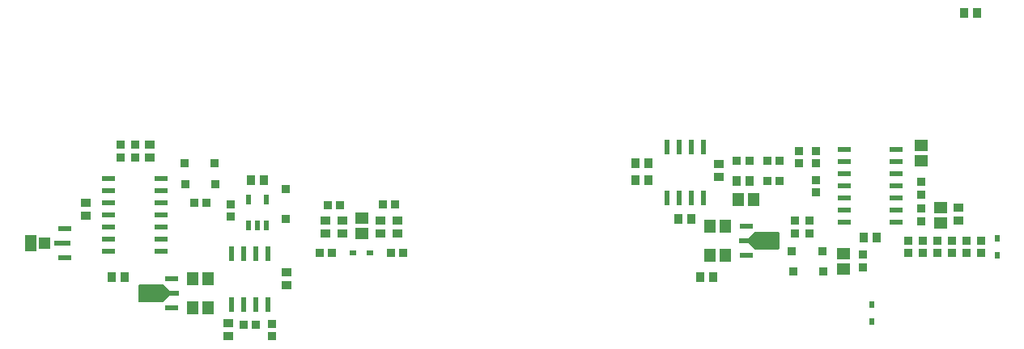
<source format=gtp>
G04*
G04 #@! TF.GenerationSoftware,Altium Limited,Altium Designer,23.10.1 (27)*
G04*
G04 Layer_Color=8421504*
%FSLAX25Y25*%
%MOIN*%
G70*
G04*
G04 #@! TF.SameCoordinates,52E8BDB3-E784-467F-A169-E1E59ABD1491*
G04*
G04*
G04 #@! TF.FilePolarity,Positive*
G04*
G01*
G75*
%ADD21R,0.05118X0.07087*%
%ADD22R,0.04724X0.04724*%
%ADD23R,0.02362X0.06102*%
%ADD24R,0.03150X0.01968*%
%ADD25R,0.03543X0.03740*%
%ADD26R,0.03347X0.03740*%
%ADD27R,0.03543X0.03937*%
%ADD28R,0.05512X0.02362*%
%ADD29R,0.03937X0.02362*%
%ADD30R,0.05512X0.05118*%
%ADD31R,0.03937X0.03543*%
%ADD32R,0.01968X0.03937*%
%ADD33R,0.05709X0.02362*%
%ADD34R,0.07087X0.02362*%
%ADD35R,0.05118X0.05512*%
%ADD36R,0.01968X0.03150*%
%ADD37R,0.03740X0.03543*%
%ADD38R,0.03740X0.03347*%
G36*
X101000Y43500D02*
Y41138D01*
X98441Y38579D01*
X88894D01*
X88402Y39071D01*
X88401Y45567D01*
X88894Y46059D01*
X98441D01*
X101000Y43500D01*
D02*
G37*
G36*
X352411Y67272D02*
X352411Y60776D01*
X351919Y60284D01*
X342372D01*
X339812Y62843D01*
Y65205D01*
X342372Y67764D01*
X351919D01*
X352411Y67272D01*
D02*
G37*
D21*
X44024Y62906D02*
D03*
D22*
X49732Y62906D02*
D03*
D23*
X141842Y58787D02*
D03*
X136843D02*
D03*
X131843D02*
D03*
X126842D02*
D03*
X141842Y37528D02*
D03*
X136843D02*
D03*
X131843D02*
D03*
X126842D02*
D03*
X306137Y81474D02*
D03*
X311137D02*
D03*
X316137D02*
D03*
X321137D02*
D03*
X306137Y102733D02*
D03*
X311137D02*
D03*
X316137D02*
D03*
X321137D02*
D03*
D24*
X176755Y59000D02*
D03*
X183842D02*
D03*
D25*
X107799Y87400D02*
D03*
X120201D02*
D03*
X369968Y59604D02*
D03*
X357566D02*
D03*
X357929Y51370D02*
D03*
X370331D02*
D03*
X119701Y96000D02*
D03*
X107299D02*
D03*
D26*
X334882Y97000D02*
D03*
X340000D02*
D03*
X347382Y88500D02*
D03*
X352500D02*
D03*
X347382Y97000D02*
D03*
X352500D02*
D03*
X136902Y29158D02*
D03*
X131783D02*
D03*
X194059Y79000D02*
D03*
X188941D02*
D03*
X171559Y78500D02*
D03*
X166441D02*
D03*
X163000Y59000D02*
D03*
X168118D02*
D03*
X111441Y79500D02*
D03*
X116559D02*
D03*
X197559Y59000D02*
D03*
X192441D02*
D03*
D27*
X82657Y49000D02*
D03*
X77342D02*
D03*
X386980Y65392D02*
D03*
X392295D02*
D03*
X298295Y89104D02*
D03*
X292980D02*
D03*
X340158Y88500D02*
D03*
X334842D02*
D03*
X298295Y96104D02*
D03*
X292980D02*
D03*
X316158Y73000D02*
D03*
X310842D02*
D03*
X134685Y88803D02*
D03*
X140000D02*
D03*
X325157Y49000D02*
D03*
X319843D02*
D03*
X428324Y157929D02*
D03*
X433639D02*
D03*
D28*
X102181Y36413D02*
D03*
Y48224D02*
D03*
X58000Y68811D02*
D03*
Y57000D02*
D03*
X338631Y69929D02*
D03*
Y58118D02*
D03*
D29*
X102969Y42319D02*
D03*
X337844Y64024D02*
D03*
D30*
X180299Y73150D02*
D03*
Y66850D02*
D03*
X418637Y77657D02*
D03*
Y71358D02*
D03*
X410767Y103157D02*
D03*
Y96858D02*
D03*
X378767Y58753D02*
D03*
Y52454D02*
D03*
D31*
X149343Y45500D02*
D03*
Y50815D02*
D03*
X327508Y95665D02*
D03*
Y90350D02*
D03*
X426137Y77507D02*
D03*
Y72192D02*
D03*
X66869Y74343D02*
D03*
Y79658D02*
D03*
X125343Y24500D02*
D03*
Y29815D02*
D03*
X165500Y72158D02*
D03*
Y66843D02*
D03*
X172500Y72158D02*
D03*
Y66843D02*
D03*
X93000Y98343D02*
D03*
Y103657D02*
D03*
X188000Y72158D02*
D03*
Y66843D02*
D03*
X195000Y72158D02*
D03*
Y66843D02*
D03*
D32*
X133760Y70185D02*
D03*
X137500D02*
D03*
X141240D02*
D03*
Y80815D02*
D03*
X133760D02*
D03*
D33*
X97597Y59674D02*
D03*
Y64674D02*
D03*
Y69674D02*
D03*
Y74674D02*
D03*
Y79674D02*
D03*
Y84674D02*
D03*
Y89674D02*
D03*
X76141Y59674D02*
D03*
Y64674D02*
D03*
Y69674D02*
D03*
Y74674D02*
D03*
Y79674D02*
D03*
Y84674D02*
D03*
Y89674D02*
D03*
X400495Y71604D02*
D03*
Y76604D02*
D03*
Y81603D02*
D03*
Y86603D02*
D03*
Y91603D02*
D03*
Y96604D02*
D03*
Y101603D02*
D03*
X379038Y71604D02*
D03*
Y76604D02*
D03*
Y81603D02*
D03*
Y86603D02*
D03*
Y91603D02*
D03*
Y96604D02*
D03*
Y101603D02*
D03*
D34*
X57213Y62906D02*
D03*
D35*
X329956Y58024D02*
D03*
X323657D02*
D03*
X329956Y70024D02*
D03*
X323657D02*
D03*
X341650Y81000D02*
D03*
X335350D02*
D03*
X110799Y48319D02*
D03*
X117098D02*
D03*
X110799Y36319D02*
D03*
X117098D02*
D03*
D36*
X442000Y65043D02*
D03*
Y57957D02*
D03*
X390368Y30503D02*
D03*
Y37589D02*
D03*
D37*
X149000Y72799D02*
D03*
Y85201D02*
D03*
D38*
X410767Y77162D02*
D03*
Y72044D02*
D03*
Y88162D02*
D03*
Y83044D02*
D03*
X423500Y63929D02*
D03*
Y58811D02*
D03*
X417500Y63929D02*
D03*
Y58811D02*
D03*
X367500Y95941D02*
D03*
Y101059D02*
D03*
X360500Y95941D02*
D03*
Y101059D02*
D03*
X435500Y63929D02*
D03*
Y58811D02*
D03*
X429500Y63929D02*
D03*
Y58811D02*
D03*
X358767Y72162D02*
D03*
Y67044D02*
D03*
X367500Y89059D02*
D03*
Y83941D02*
D03*
X411500Y63929D02*
D03*
Y58811D02*
D03*
X364767Y67044D02*
D03*
Y72163D02*
D03*
X405500Y63929D02*
D03*
Y58811D02*
D03*
X386767Y53044D02*
D03*
Y58163D02*
D03*
X143342Y29717D02*
D03*
Y24598D02*
D03*
X126500Y73941D02*
D03*
Y79059D02*
D03*
X81115Y103533D02*
D03*
Y98415D02*
D03*
X87000Y98441D02*
D03*
Y103559D02*
D03*
M02*

</source>
